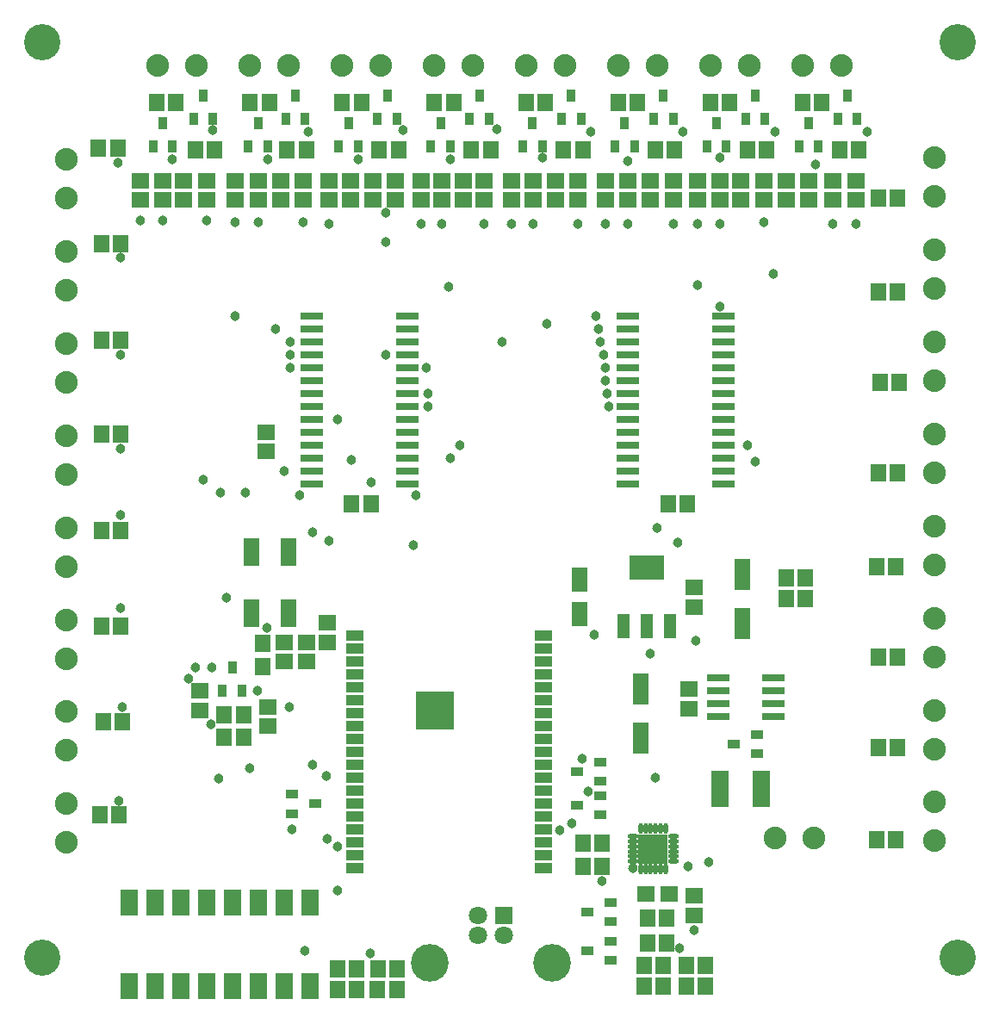
<source format=gts>
G04 DipTrace 3.2.0.1*
G04 TopMask.gbr*
%MOIN*%
G04 #@! TF.FileFunction,Soldermask,Top*
G04 #@! TF.Part,Single*
%ADD52C,0.14*%
%ADD55C,0.038032*%
%ADD57R,0.145827X0.145827*%
%ADD59R,0.067087X0.043465*%
%ADD61C,0.145827*%
%ADD63C,0.071024*%
%ADD65R,0.071024X0.071024*%
%ADD67R,0.114331X0.114331*%
%ADD69O,0.019843X0.041497*%
%ADD71O,0.041497X0.019843*%
%ADD73R,0.033623X0.049371*%
%ADD75R,0.064029X0.068032*%
%ADD77R,0.06315X0.110394*%
%ADD79R,0.068032X0.064029*%
%ADD81R,0.049371X0.033623*%
%ADD83R,0.135985X0.092678*%
%ADD85R,0.045434X0.092678*%
%ADD87R,0.068032X0.103032*%
%ADD89R,0.086772X0.031654*%
%ADD91R,0.071024X0.14189*%
%ADD93R,0.06315X0.096615*%
%ADD95R,0.06315X0.120237*%
%ADD97R,0.067087X0.059213*%
%ADD99R,0.059213X0.067087*%
%ADD101C,0.088032*%
%FSLAX26Y26*%
G04*
G70*
G90*
G75*
G01*
G04 TopMask*
%LPD*%
D55*
X2202756Y690000D3*
X765756Y1278000D3*
X1815136Y2181479D3*
X1633867Y1793938D3*
X2658975Y1806440D3*
X2927753Y2181479D3*
X1215073Y225024D3*
X2552714Y1375144D3*
X3390302Y3394106D3*
X858581Y3400357D3*
X1227575Y3394106D3*
X1596364Y3400357D3*
X1958902Y3406608D3*
X2321440Y3394106D3*
X2677727D3*
X3034014D3*
X858581Y3400357D3*
X1227575Y3394106D3*
X1777633Y2131474D3*
X1340087Y2281490D3*
X1396354Y2125018D3*
X2483957Y543807D3*
X2365194Y493802D3*
X2721482Y303556D3*
X2483957Y543807D3*
X2721482Y303556D3*
X3259038Y3037819D3*
X3027764Y2844049D3*
X665016Y3050320D3*
X1690123Y2331531D3*
X1033804Y3044070D3*
X1690123Y2381531D3*
X1527606Y2531516D3*
Y2969062D3*
X1746379Y3037819D3*
X1683873Y2481531D3*
X2096416Y3037819D3*
X2152672Y2650278D3*
X2465205Y3037819D3*
X1977654Y2581531D3*
X2821492Y3037819D3*
Y2719035D3*
X2310756Y840000D3*
X1164756Y696000D3*
D3*
X2577717Y1862696D3*
X2727732Y1423623D3*
X2959007Y2118972D3*
X1471157Y2037714D3*
X1646369Y1987709D3*
X702315Y3287844D3*
X1071104Y3288050D3*
X1421140D3*
X1777428Y3287845D3*
X833783Y3050320D3*
X702315Y3287844D3*
X1208823Y3044070D3*
X2133715Y3294301D3*
X2271434Y3037819D3*
X1527606Y3081573D3*
X2640223Y3037819D3*
X2465205Y3281594D3*
X2990260Y3044070D3*
X2821492Y3294096D3*
X3190281Y3269093D3*
X3346547Y3037819D3*
X1908896D3*
X2665226Y235672D3*
X912756Y1590000D3*
X1068756Y1476000D3*
X2335932Y1447824D3*
X1246327Y1843944D3*
X1196322Y1987709D3*
X879756Y891000D3*
X789756Y1320000D3*
X888756Y1998000D3*
X984756D3*
X1308833Y1812690D3*
X1133815Y2081469D3*
X819756Y2049000D3*
X1467756Y216000D3*
X1341756Y459000D3*
Y627000D3*
X1245756Y945000D3*
X489793Y3275549D3*
X2340192Y2681531D3*
X2247756Y717000D3*
X849756Y1101000D3*
X2286756Y969000D3*
X1155756Y1167000D3*
X502294Y2906760D3*
X2352693Y2631526D3*
X502294Y2531720D3*
X2358944Y2581521D3*
X502294Y2169182D3*
X2371445Y2531516D3*
X502294Y1912701D3*
X2377696Y2481510D3*
X502294Y1550163D3*
X2377696Y2431505D3*
X508545Y1168873D3*
X2383946Y2381500D3*
X496043Y806335D3*
X2390197Y2331495D3*
X2777738Y568810D3*
X2696479Y550058D3*
X2571756Y894000D3*
X1029756Y1233000D3*
X999756Y933000D3*
X855756Y1320000D3*
X946295Y2681531D3*
X577507Y3050320D3*
X946295Y3044070D3*
X1102556Y2631531D3*
X1308833Y3037819D3*
X1158818Y2581521D3*
X1665121Y3037819D3*
X1158818Y2531516D3*
X2015157Y3037819D3*
X1158818Y2481510D3*
X2377696Y3037819D3*
X1771382Y2794043D3*
X2733983Y3037819D3*
Y2800294D3*
X1302756Y657000D3*
X1296756Y900000D3*
X2541756Y645000D3*
X2583756D3*
X2541756Y597000D3*
X2586756D3*
D101*
X289976Y3137829D3*
Y3287829D3*
Y2781542D3*
Y2931542D3*
Y2425255D3*
Y2575255D3*
Y2068967D3*
Y2218967D3*
Y1712680D3*
Y1862680D3*
Y1356392D3*
Y1506392D3*
Y1000105D3*
Y1150105D3*
Y643818D3*
Y793818D3*
D99*
X1471157Y1956000D3*
X1396354D3*
X2621471Y1956455D3*
X2696274D3*
D97*
X1302583Y1493907D3*
Y1419104D3*
D95*
X2515210Y1237630D3*
Y1048496D3*
D97*
X2702730Y1162622D3*
Y1237425D3*
X2721482Y1556413D3*
Y1631217D3*
D93*
X2277685Y1662675D3*
Y1528816D3*
D95*
X2909001Y1681427D3*
Y1492293D3*
D99*
X3077769Y1668925D3*
X3152572D3*
D91*
X2821492Y850089D3*
X2982909D3*
D99*
X1496353Y75008D3*
X1571156D3*
D101*
X3183756Y663000D3*
X3033756D3*
X3652829Y800084D3*
Y650084D3*
Y1156371D3*
Y1006371D3*
Y1512659D3*
Y1362659D3*
Y1868946D3*
Y1718946D3*
Y2225234D3*
Y2075234D3*
Y2581521D3*
Y2431521D3*
Y2937808D3*
Y2787808D3*
Y3294096D3*
Y3144096D3*
D99*
X1415094Y156266D3*
X1340291D3*
D89*
X2815241Y1281385D3*
Y1231385D3*
Y1181385D3*
Y1131385D3*
X3027840D3*
Y1181385D3*
Y1231385D3*
Y1281385D3*
D99*
X3502814Y656319D3*
X3428010D3*
X3509064Y1012606D3*
X3434261D3*
X3509064Y1362643D3*
X3434261D3*
X3502814Y1712680D3*
X3428010D3*
X3509064Y2075218D3*
X3434261D3*
X3515315Y2425255D3*
X3440512D3*
X3509064Y2775291D3*
X3434261D3*
X3509064Y3137829D3*
X3434261D3*
X414990Y3331600D3*
X489793D3*
X427491Y2962811D3*
X502294D3*
X1571361Y156266D3*
X1496558D3*
X1340087Y75008D3*
X1414890D3*
X427491Y2587772D3*
X502294D3*
X427491Y2225234D3*
X502294D3*
X427491Y1850194D3*
X502294D3*
X427491Y1481406D3*
X502294D3*
X433741Y1112617D3*
X508545D3*
X421240Y750079D3*
X496043D3*
D97*
X1065058Y2231484D3*
Y2156681D3*
D99*
X3077951Y1587923D3*
X3152755D3*
D87*
X533752Y87509D3*
X633752D3*
X733752D3*
X833752D3*
X933752D3*
X1033752D3*
X1133752D3*
X1233752D3*
Y412509D3*
X1133752D3*
X1033752D3*
X933752D3*
X833752D3*
X733752D3*
X633752D3*
X533752D3*
D89*
X1240076Y2681531D3*
Y2631531D3*
Y2581531D3*
Y2531531D3*
Y2481531D3*
Y2431531D3*
Y2381531D3*
Y2331531D3*
Y2281531D3*
Y2231531D3*
Y2181531D3*
Y2131531D3*
Y2081531D3*
Y2031531D3*
X1610155D3*
Y2081531D3*
Y2131531D3*
Y2181531D3*
Y2231531D3*
Y2281531D3*
Y2331531D3*
Y2381531D3*
Y2431531D3*
Y2481531D3*
Y2531531D3*
Y2581531D3*
Y2631531D3*
Y2681531D3*
X2465205D3*
Y2631531D3*
Y2581531D3*
Y2531531D3*
Y2481531D3*
Y2431531D3*
Y2381531D3*
Y2331531D3*
Y2281531D3*
Y2231531D3*
Y2181531D3*
Y2131531D3*
Y2081531D3*
Y2031531D3*
X2835283D3*
Y2081531D3*
Y2131531D3*
Y2181531D3*
Y2231531D3*
Y2281531D3*
Y2331531D3*
Y2381531D3*
Y2431531D3*
Y2481531D3*
Y2531531D3*
Y2581531D3*
Y2631531D3*
Y2681531D3*
D85*
X2446453Y1481406D3*
X2537004D3*
X2627555D3*
D83*
X2537004Y1709752D3*
D81*
X2965257Y987604D3*
Y1062407D3*
X2874706Y1025005D3*
D99*
X2615016Y350037D3*
X2540213D3*
D79*
X2533962Y443797D3*
X2623962D3*
D99*
X2765236Y87509D3*
X2690433D3*
X2602719D3*
X2527916D3*
D77*
X1008802Y1531411D3*
X1150534D3*
Y1767631D3*
X1008802D3*
D75*
X1052556Y1325139D3*
Y1415139D3*
D73*
X896290Y1231379D3*
X971093D3*
X933692Y1321930D3*
D81*
X2358944Y881343D3*
Y956146D3*
X2268392Y918744D3*
X2358944Y750079D3*
Y824882D3*
X2268392Y787480D3*
D99*
X977549Y1137619D3*
X902745D3*
D97*
X808781Y1156371D3*
Y1231175D3*
X1133815Y1343891D3*
Y1418694D3*
X1221324Y1343891D3*
Y1418694D3*
X1071308Y1093865D3*
Y1168668D3*
D81*
X1165068Y831337D3*
Y756534D3*
X1255619Y793936D3*
D99*
X977549Y1050110D3*
X902745D3*
X2765236Y168768D3*
X2690433D3*
X2527711D3*
X2602514D3*
D97*
X2721482Y437546D3*
Y362743D3*
D71*
X2483957Y668820D3*
Y649135D3*
Y629450D3*
Y609765D3*
Y590080D3*
Y570395D3*
D69*
X2513484Y540867D3*
X2533169D3*
X2552854D3*
X2572539D3*
X2592224D3*
X2611909D3*
D71*
X2641437Y570395D3*
Y590080D3*
Y609765D3*
Y629450D3*
Y649135D3*
Y668820D3*
D69*
X2611909Y698348D3*
X2592224D3*
X2572539D3*
X2552854D3*
X2533169D3*
X2513484D3*
D67*
X2562697Y619608D3*
D81*
X2399490Y187724D3*
Y262528D3*
X2308938Y225126D3*
D65*
X1983904Y362538D3*
D63*
X1885479D3*
Y283798D3*
X1983904D3*
D61*
X1697684Y177105D3*
X2171699D3*
D59*
X1408844Y1443902D3*
Y1393902D3*
Y1343902D3*
Y1293902D3*
Y1243902D3*
Y1193902D3*
Y1143902D3*
Y1093903D3*
Y1043903D3*
Y993903D3*
Y943903D3*
Y893903D3*
Y843903D3*
Y793903D3*
X1408719Y743684D3*
Y693684D3*
Y643684D3*
Y593684D3*
Y543684D3*
X2138719D3*
Y593684D3*
Y643684D3*
Y693684D3*
Y743684D3*
X2138665Y793558D3*
Y843558D3*
Y893558D3*
Y943558D3*
Y993558D3*
Y1043558D3*
Y1093558D3*
Y1143558D3*
Y1193558D3*
Y1243558D3*
Y1293558D3*
Y1343558D3*
Y1393558D3*
Y1443558D3*
D57*
X1719719Y1155762D3*
D99*
X2540213Y256277D3*
X2615016D3*
D75*
X2290186Y550058D3*
Y640058D3*
X2365194Y550058D3*
Y640058D3*
D81*
X2399490Y337740D3*
Y412543D3*
X2308938Y375142D3*
D97*
X746274Y3131579D3*
Y3206382D3*
D73*
X783778Y3444112D3*
X858581D3*
X821180Y3534663D3*
X627512Y3337850D3*
X702315D3*
X664913Y3428402D3*
D99*
X790029Y3325349D3*
X864832D3*
D97*
X665016Y3131579D3*
Y3206382D3*
X833783Y3131579D3*
Y3206382D3*
X577507Y3131579D3*
Y3206382D3*
D99*
X640013Y3506618D3*
X714816D3*
D101*
X646264Y3650383D3*
X796264D3*
D97*
X1121314Y3131579D3*
Y3206382D3*
D73*
X1140066Y3444112D3*
X1214869D3*
X1177467Y3534663D3*
X996301Y3337850D3*
X1071104D3*
X1033702Y3428402D3*
D99*
X1146316Y3325349D3*
X1221119D3*
D97*
X1033804Y3131579D3*
Y3206382D3*
X1208823Y3131579D3*
Y3206382D3*
X946295Y3131579D3*
Y3206382D3*
D99*
X1002549Y3506614D3*
X1077352D3*
D101*
X1002551Y3650383D3*
X1152551D3*
D97*
X1477601Y3131579D3*
Y3206382D3*
D73*
X1496353Y3444112D3*
X1571156D3*
X1533755Y3534663D3*
X1346337Y3337850D3*
X1421140D3*
X1383739Y3428402D3*
D99*
X1502604Y3325349D3*
X1577407D3*
D97*
X1390092Y3131579D3*
Y3206382D3*
X1565110Y3131579D3*
Y3206382D3*
X1308833Y3131579D3*
Y3206382D3*
D99*
X1358839Y3506618D3*
X1433642D3*
D101*
X1358839Y3650383D3*
X1508839D3*
D97*
X1827638Y3131579D3*
Y3206382D3*
D73*
X1852640Y3444112D3*
X1927444D3*
X1890042Y3534663D3*
X1702625Y3337850D3*
X1777428D3*
X1740026Y3428402D3*
D99*
X1858891Y3325349D3*
X1933694D3*
D97*
X1746379Y3131579D3*
Y3206382D3*
X1908896Y3131579D3*
Y3206382D3*
X1665121Y3131579D3*
Y3206382D3*
D99*
X1715126Y3506618D3*
X1789929D3*
D101*
X1715126Y3650383D3*
X1865126D3*
D97*
X2183925Y3131579D3*
Y3206382D3*
D73*
X2208928Y3444112D3*
X2283731D3*
X2246329Y3534663D3*
X2058912Y3337850D3*
X2133715D3*
X2096314Y3428402D3*
D99*
X2215178Y3325349D3*
X2289982D3*
D97*
X2096416Y3131579D3*
Y3206382D3*
X2271434Y3131579D3*
Y3206382D3*
X2015157Y3131579D3*
Y3206382D3*
D99*
X2071413Y3506618D3*
X2146217D3*
D101*
X2071413Y3650383D3*
X2221413D3*
D97*
X2552714Y3131579D3*
Y3206382D3*
D73*
X2565215Y3444112D3*
X2640018D3*
X2602617Y3534663D3*
X2415199Y3337850D3*
X2490003D3*
X2452601Y3428402D3*
D99*
X2571466Y3325349D3*
X2646269D3*
D97*
X2465205Y3131579D3*
Y3206382D3*
X2640223Y3131579D3*
Y3206382D3*
X2377696Y3131579D3*
Y3206382D3*
D99*
X2427701Y3506618D3*
X2502504D3*
D101*
X2427701Y3650383D3*
X2577701D3*
D97*
X2902751Y3131579D3*
Y3206382D3*
D73*
X2921503Y3444112D3*
X2996306D3*
X2958904Y3534663D3*
X2771487Y3337850D3*
X2846290D3*
X2808888Y3428402D3*
D99*
X2927753Y3325349D3*
X3002556D3*
D97*
X2821492Y3131579D3*
Y3206382D3*
X2990260Y3131579D3*
Y3206382D3*
X2733983Y3131579D3*
Y3206382D3*
D99*
X2783988Y3506618D3*
X2858791D3*
D101*
X2783988Y3650383D3*
X2933988D3*
D97*
X3259038Y3131579D3*
Y3206382D3*
D73*
X3277790Y3444112D3*
X3352593D3*
X3315192Y3534663D3*
X3127774Y3337850D3*
X3202577D3*
X3165176Y3428402D3*
D99*
X3284041Y3325349D3*
X3358844D3*
D97*
X3165278Y3131579D3*
Y3206382D3*
X3346547Y3131579D3*
Y3206382D3*
X3077769Y3131579D3*
Y3206382D3*
D99*
X3140276Y3506618D3*
X3215079D3*
D101*
X3140276Y3650383D3*
X3290276D3*
D52*
X3740157Y196850D3*
X196850D3*
Y3740157D3*
X3740157D3*
M02*

</source>
